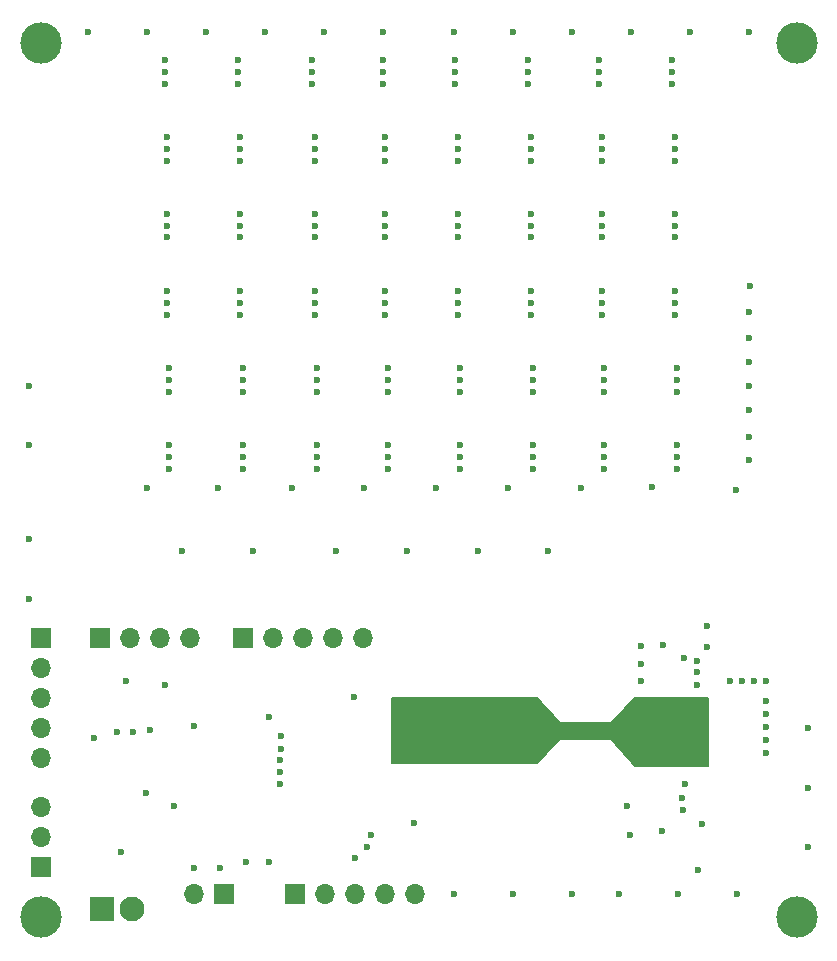
<source format=gbr>
%TF.GenerationSoftware,KiCad,Pcbnew,(6.0.2)*%
%TF.CreationDate,2022-03-05T19:05:13-05:00*%
%TF.ProjectId,LED Driver Prototype V2,4c454420-4472-4697-9665-722050726f74,rev?*%
%TF.SameCoordinates,PX66ff300PY81b3200*%
%TF.FileFunction,Soldermask,Bot*%
%TF.FilePolarity,Negative*%
%FSLAX46Y46*%
G04 Gerber Fmt 4.6, Leading zero omitted, Abs format (unit mm)*
G04 Created by KiCad (PCBNEW (6.0.2)) date 2022-03-05 19:05:13*
%MOMM*%
%LPD*%
G01*
G04 APERTURE LIST*
%ADD10C,0.150000*%
%ADD11O,1.700000X1.700000*%
%ADD12R,1.700000X1.700000*%
%ADD13C,3.500000*%
%ADD14C,2.100000*%
%ADD15R,2.100000X2.100000*%
%ADD16C,0.600000*%
%ADD17C,1.000000*%
G04 APERTURE END LIST*
D10*
X32750000Y16100000D02*
X45000000Y16100000D01*
X45000000Y16100000D02*
X45000000Y21550000D01*
X45000000Y21550000D02*
X32750000Y21550000D01*
X32750000Y21550000D02*
X32750000Y16100000D01*
G36*
X32750000Y16100000D02*
G01*
X45000000Y16100000D01*
X45000000Y21550000D01*
X32750000Y21550000D01*
X32750000Y16100000D01*
G37*
X53350000Y15800000D02*
X51300000Y18100000D01*
X51300000Y18100000D02*
X47000000Y18100000D01*
X47000000Y18100000D02*
X45000000Y16100000D01*
X45000000Y16100000D02*
X45000000Y21550000D01*
X45000000Y21550000D02*
X47000000Y19500000D01*
X47000000Y19500000D02*
X51300000Y19500000D01*
X51300000Y19500000D02*
X53350000Y21550000D01*
X53350000Y21550000D02*
X53350000Y15800000D01*
G36*
X53350000Y15800000D02*
G01*
X51300000Y18100000D01*
X47000000Y18100000D01*
X45000000Y16100000D01*
X45000000Y21550000D01*
X47000000Y19500000D01*
X51300000Y19500000D01*
X53350000Y21550000D01*
X53350000Y15800000D01*
G37*
X53350000Y15800000D02*
X51300000Y18100000D01*
X47000000Y18100000D01*
X45000000Y16100000D01*
X45000000Y21550000D01*
X47000000Y19500000D01*
X51300000Y19500000D01*
X53350000Y21550000D01*
X53350000Y15800000D01*
X53350000Y15800000D02*
X59500000Y15800000D01*
X59500000Y15800000D02*
X59500000Y21550000D01*
X59500000Y21550000D02*
X53350000Y21550000D01*
X53350000Y21550000D02*
X53350000Y15800000D01*
G36*
X53350000Y15800000D02*
G01*
X59500000Y15800000D01*
X59500000Y21550000D01*
X53350000Y21550000D01*
X53350000Y15800000D01*
G37*
D11*
%TO.C,J6*%
X34660000Y5000000D03*
X32120000Y5000000D03*
X29580000Y5000000D03*
X27040000Y5000000D03*
D12*
X24500000Y5000000D03*
%TD*%
D11*
%TO.C,J7*%
X3000000Y12380000D03*
X3000000Y9840000D03*
D12*
X3000000Y7300000D03*
%TD*%
D11*
%TO.C,J2*%
X15985000Y5000000D03*
D12*
X18525000Y5000000D03*
%TD*%
D13*
%TO.C,H2*%
X67000000Y77000000D03*
%TD*%
D14*
%TO.C,J1*%
X10770000Y3700000D03*
D15*
X8230000Y3700000D03*
%TD*%
D11*
%TO.C,J5*%
X30285000Y26700000D03*
X27745000Y26700000D03*
X25205000Y26700000D03*
X22665000Y26700000D03*
D12*
X20125000Y26700000D03*
%TD*%
D11*
%TO.C,J3*%
X15620000Y26700000D03*
X13080000Y26700000D03*
X10540000Y26700000D03*
D12*
X8000000Y26700000D03*
%TD*%
D13*
%TO.C,H3*%
X3000000Y3000000D03*
%TD*%
D11*
%TO.C,J4*%
X3000000Y16515000D03*
X3000000Y19055000D03*
X3000000Y21595000D03*
X3000000Y24135000D03*
D12*
X3000000Y26675000D03*
%TD*%
D13*
%TO.C,H4*%
X67000000Y3000000D03*
%TD*%
%TO.C,H1*%
X3000000Y77000000D03*
%TD*%
D16*
X16024999Y19224999D03*
D17*
X36800000Y21100000D03*
X38800000Y21100000D03*
D16*
X38000000Y5000000D03*
X56400000Y19950000D03*
X22000000Y78000000D03*
X12300000Y18900000D03*
X10200000Y23000000D03*
X38000000Y78000000D03*
D17*
X38800000Y18100000D03*
D16*
X29500000Y21700000D03*
X15000000Y34000000D03*
X57650000Y19950000D03*
X20400000Y7700000D03*
X7500000Y18200000D03*
D17*
X33800000Y19600000D03*
D16*
X68000000Y19000000D03*
X59400000Y27700000D03*
X57650000Y18725000D03*
X14300000Y12400000D03*
X7000000Y78000000D03*
D17*
X33800000Y16600000D03*
D16*
X13500000Y22700000D03*
D17*
X40800000Y21100000D03*
D16*
X52000000Y5000000D03*
X68000000Y9000000D03*
D17*
X41800000Y19600000D03*
X34800000Y21100000D03*
D16*
X59000000Y10950000D03*
D17*
X40800000Y18100000D03*
D16*
X46000000Y34000000D03*
X27000000Y78000000D03*
X40000000Y34000000D03*
X63000000Y78000000D03*
X11900000Y13500000D03*
D17*
X37800000Y16600000D03*
X35800000Y19600000D03*
X37800000Y19600000D03*
D16*
X2000000Y35000000D03*
X48000000Y78000000D03*
X48000000Y5000000D03*
X32000000Y78000000D03*
X2000000Y30000000D03*
X28000000Y34000000D03*
X34000000Y34000000D03*
D17*
X36800000Y18100000D03*
D16*
X43000000Y5000000D03*
D17*
X39800000Y19600000D03*
D16*
X56400000Y17500000D03*
X55150000Y18725000D03*
X2000000Y48000000D03*
X12000000Y78000000D03*
D17*
X39800000Y16600000D03*
D16*
X22300000Y7700000D03*
X21000000Y34000000D03*
D17*
X41800000Y16600000D03*
D16*
X56400000Y18725000D03*
X43000000Y78000000D03*
X68000000Y14000000D03*
X57650000Y17500000D03*
X58000000Y78000000D03*
X17000000Y78000000D03*
D17*
X34800000Y18100000D03*
D16*
X55150000Y19950000D03*
X57000000Y5000000D03*
X52650000Y12400000D03*
X53000000Y78000000D03*
D17*
X35800000Y16600000D03*
D16*
X62000000Y5000000D03*
X9800000Y8500000D03*
X55150000Y17500000D03*
X2000000Y43000000D03*
X58700000Y7000000D03*
X18200000Y7200000D03*
X16000000Y7200000D03*
X59400000Y25900000D03*
X10800000Y18700000D03*
X26000000Y74580000D03*
X19700000Y74580000D03*
X56500000Y74580000D03*
X13500000Y74580000D03*
X50300000Y74580000D03*
X38100000Y74580000D03*
X44300000Y74580000D03*
X32000000Y74580000D03*
X32000000Y75580000D03*
X50300000Y75580000D03*
X26000000Y75580000D03*
X19700000Y75580000D03*
X56500000Y75580000D03*
X13500000Y75580000D03*
X38100000Y75580000D03*
X44300000Y75580000D03*
X22300000Y20000000D03*
X50300000Y73580000D03*
X32000000Y73580000D03*
X19700000Y73580000D03*
X26000000Y73580000D03*
X44300000Y73580000D03*
X38100000Y73580000D03*
X13500000Y73580000D03*
X56500000Y73580000D03*
X63000000Y54300000D03*
X64400000Y18000000D03*
X19900000Y55000000D03*
X44500000Y55000000D03*
X32200000Y55000000D03*
X26200000Y55000000D03*
X56700000Y55000000D03*
X13700000Y55000000D03*
X50500000Y55000000D03*
X38300000Y55000000D03*
X63050000Y56450000D03*
X64400000Y16900000D03*
X50500000Y56000000D03*
X13700000Y56000000D03*
X32200000Y56000000D03*
X38300000Y56000000D03*
X44500000Y56000000D03*
X56700000Y56000000D03*
X26200000Y56000000D03*
X19900000Y56000000D03*
X32200000Y60580000D03*
X56700000Y60580000D03*
X13700000Y60580000D03*
X38300000Y60580000D03*
X50500000Y60580000D03*
X26200000Y60580000D03*
X19900000Y60580000D03*
X44500000Y60580000D03*
X38300000Y61580000D03*
X19900000Y61580000D03*
X44500000Y61580000D03*
X32200000Y61580000D03*
X26200000Y61580000D03*
X13700000Y61580000D03*
X56700000Y61580000D03*
X50500000Y61580000D03*
X56700000Y62580000D03*
X38300000Y62580000D03*
X19900000Y62580000D03*
X44500000Y62580000D03*
X26200000Y62580000D03*
X32200000Y62580000D03*
X13700000Y62580000D03*
X50500000Y62580000D03*
X13700000Y69080000D03*
X50500000Y69080000D03*
X32200000Y69080000D03*
X19900000Y69080000D03*
X44500000Y69080000D03*
X38300000Y69080000D03*
X26200000Y69080000D03*
X56700000Y69080000D03*
X13700000Y68080000D03*
X19900000Y68080000D03*
X32200000Y68080000D03*
X26200000Y68080000D03*
X38300000Y68080000D03*
X56700000Y68080000D03*
X44500000Y68080000D03*
X50500000Y68080000D03*
X38300000Y67080000D03*
X32200000Y67080000D03*
X44500000Y67080000D03*
X26200000Y67080000D03*
X13700000Y67080000D03*
X50500000Y67080000D03*
X19900000Y67080000D03*
X56700000Y67080000D03*
X20100000Y41000000D03*
X38500000Y41000000D03*
X26400000Y41000000D03*
X44700000Y41000000D03*
X56900000Y41000000D03*
X13900000Y41000000D03*
X32400000Y41000000D03*
X50700000Y41000000D03*
X61900000Y39200000D03*
X61400000Y23000000D03*
X44700000Y42000000D03*
X56900000Y42000000D03*
X20100000Y42000000D03*
X50700000Y42000000D03*
X38500000Y42000000D03*
X32400000Y42000000D03*
X13900000Y42000000D03*
X26400000Y42000000D03*
X63000000Y41700000D03*
X62400000Y23000000D03*
X20100000Y43000000D03*
X13900000Y43000000D03*
X56900000Y43000000D03*
X26400000Y43000000D03*
X50700000Y43000000D03*
X32400000Y43000000D03*
X44700000Y43000000D03*
X38500000Y43000000D03*
X63400000Y23000000D03*
X63000000Y43700000D03*
X13900000Y47500000D03*
X26400000Y47500000D03*
X44700000Y47500000D03*
X38500000Y47500000D03*
X56900000Y47500000D03*
X20100000Y47500000D03*
X32400000Y47500000D03*
X50700000Y47500000D03*
X64400000Y23000000D03*
X63000000Y46000000D03*
X26400000Y48500000D03*
X50700000Y48500000D03*
X20100000Y48500000D03*
X56900000Y48500000D03*
X44700000Y48500000D03*
X13900000Y48500000D03*
X38500000Y48500000D03*
X32400000Y48500000D03*
X63000000Y48000000D03*
X64400000Y21300000D03*
X13900000Y49500000D03*
X32400000Y49500000D03*
X56900000Y49500000D03*
X20100000Y49500000D03*
X38500000Y49500000D03*
X50700000Y49500000D03*
X26400000Y49500000D03*
X44700000Y49500000D03*
X63000000Y50000000D03*
X64400000Y20200000D03*
X19900000Y54000000D03*
X56700000Y54000000D03*
X32200000Y54000000D03*
X50500000Y54000000D03*
X38300000Y54000000D03*
X13700000Y54000000D03*
X26200000Y54000000D03*
X44500000Y54000000D03*
X63000000Y52100000D03*
X64400000Y19100000D03*
X30600000Y9000000D03*
X23300000Y15300000D03*
X57300000Y13100000D03*
X23350000Y18350000D03*
X57350000Y12100000D03*
X29600000Y8000000D03*
X55600000Y10300000D03*
X23300000Y14300000D03*
X57600000Y14300000D03*
X23325002Y17274998D03*
X34600000Y11000000D03*
X9500000Y18700000D03*
X31000000Y10000000D03*
X52900000Y10000000D03*
X23300000Y16300000D03*
X54750000Y39450000D03*
X55700000Y26100000D03*
X48750000Y39400000D03*
X57500000Y25000000D03*
X53800000Y25950000D03*
X42600000Y39400000D03*
X58550000Y24750000D03*
X36450000Y39350000D03*
X30400000Y39350000D03*
X53800000Y24500000D03*
X58550000Y23750000D03*
X24300000Y39350000D03*
X53800000Y23000000D03*
X18000000Y39350000D03*
X12050000Y39350000D03*
X58550000Y22650000D03*
M02*

</source>
